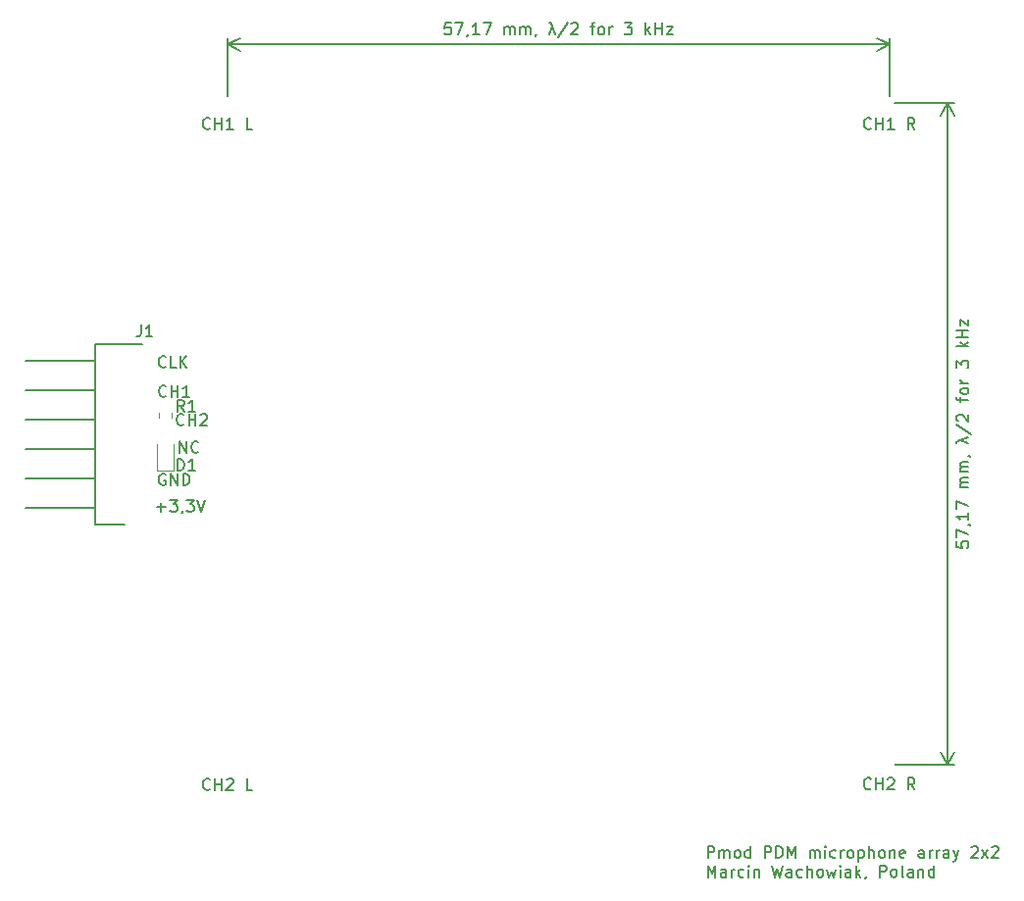
<source format=gto>
G04 #@! TF.GenerationSoftware,KiCad,Pcbnew,5.1.10-88a1d61d58~88~ubuntu18.04.1*
G04 #@! TF.CreationDate,2021-09-30T10:19:46+02:00*
G04 #@! TF.ProjectId,pmod_microphone_array_2x2,706d6f64-5f6d-4696-9372-6f70686f6e65,1.0.0*
G04 #@! TF.SameCoordinates,Original*
G04 #@! TF.FileFunction,Legend,Top*
G04 #@! TF.FilePolarity,Positive*
%FSLAX46Y46*%
G04 Gerber Fmt 4.6, Leading zero omitted, Abs format (unit mm)*
G04 Created by KiCad (PCBNEW 5.1.10-88a1d61d58~88~ubuntu18.04.1) date 2021-09-30 10:19:46*
%MOMM*%
%LPD*%
G01*
G04 APERTURE LIST*
%ADD10C,0.150000*%
%ADD11C,0.152400*%
%ADD12C,0.200000*%
%ADD13C,0.120000*%
%ADD14C,0.800000*%
%ADD15R,1.200000X1.200000*%
%ADD16C,1.200000*%
G04 APERTURE END LIST*
D10*
X33853523Y-91734142D02*
X33805904Y-91781761D01*
X33663047Y-91829380D01*
X33567809Y-91829380D01*
X33424952Y-91781761D01*
X33329714Y-91686523D01*
X33282095Y-91591285D01*
X33234476Y-91400809D01*
X33234476Y-91257952D01*
X33282095Y-91067476D01*
X33329714Y-90972238D01*
X33424952Y-90877000D01*
X33567809Y-90829380D01*
X33663047Y-90829380D01*
X33805904Y-90877000D01*
X33853523Y-90924619D01*
X34282095Y-91829380D02*
X34282095Y-90829380D01*
X34282095Y-91305571D02*
X34853523Y-91305571D01*
X34853523Y-91829380D02*
X34853523Y-90829380D01*
X35282095Y-90924619D02*
X35329714Y-90877000D01*
X35424952Y-90829380D01*
X35663047Y-90829380D01*
X35758285Y-90877000D01*
X35805904Y-90924619D01*
X35853523Y-91019857D01*
X35853523Y-91115095D01*
X35805904Y-91257952D01*
X35234476Y-91829380D01*
X35853523Y-91829380D01*
X32258095Y-96020000D02*
X32162857Y-95972380D01*
X32020000Y-95972380D01*
X31877142Y-96020000D01*
X31781904Y-96115238D01*
X31734285Y-96210476D01*
X31686666Y-96400952D01*
X31686666Y-96543809D01*
X31734285Y-96734285D01*
X31781904Y-96829523D01*
X31877142Y-96924761D01*
X32020000Y-96972380D01*
X32115238Y-96972380D01*
X32258095Y-96924761D01*
X32305714Y-96877142D01*
X32305714Y-96543809D01*
X32115238Y-96543809D01*
X32734285Y-96972380D02*
X32734285Y-95972380D01*
X33305714Y-96972380D01*
X33305714Y-95972380D01*
X33781904Y-96972380D02*
X33781904Y-95972380D01*
X34020000Y-95972380D01*
X34162857Y-96020000D01*
X34258095Y-96115238D01*
X34305714Y-96210476D01*
X34353333Y-96400952D01*
X34353333Y-96543809D01*
X34305714Y-96734285D01*
X34258095Y-96829523D01*
X34162857Y-96924761D01*
X34020000Y-96972380D01*
X33781904Y-96972380D01*
X31528000Y-98877428D02*
X32289904Y-98877428D01*
X31908952Y-99258380D02*
X31908952Y-98496476D01*
X32670857Y-98258380D02*
X33289904Y-98258380D01*
X32956571Y-98639333D01*
X33099428Y-98639333D01*
X33194666Y-98686952D01*
X33242285Y-98734571D01*
X33289904Y-98829809D01*
X33289904Y-99067904D01*
X33242285Y-99163142D01*
X33194666Y-99210761D01*
X33099428Y-99258380D01*
X32813714Y-99258380D01*
X32718476Y-99210761D01*
X32670857Y-99163142D01*
X33766095Y-99210761D02*
X33766095Y-99258380D01*
X33718476Y-99353619D01*
X33670857Y-99401238D01*
X34099428Y-98258380D02*
X34718476Y-98258380D01*
X34385142Y-98639333D01*
X34528000Y-98639333D01*
X34623238Y-98686952D01*
X34670857Y-98734571D01*
X34718476Y-98829809D01*
X34718476Y-99067904D01*
X34670857Y-99163142D01*
X34623238Y-99210761D01*
X34528000Y-99258380D01*
X34242285Y-99258380D01*
X34147047Y-99210761D01*
X34099428Y-99163142D01*
X35004190Y-98258380D02*
X35337523Y-99258380D01*
X35670857Y-98258380D01*
X33504285Y-94178380D02*
X33504285Y-93178380D01*
X34075714Y-94178380D01*
X34075714Y-93178380D01*
X35123333Y-94083142D02*
X35075714Y-94130761D01*
X34932857Y-94178380D01*
X34837619Y-94178380D01*
X34694761Y-94130761D01*
X34599523Y-94035523D01*
X34551904Y-93940285D01*
X34504285Y-93749809D01*
X34504285Y-93606952D01*
X34551904Y-93416476D01*
X34599523Y-93321238D01*
X34694761Y-93226000D01*
X34837619Y-93178380D01*
X34932857Y-93178380D01*
X35075714Y-93226000D01*
X35123333Y-93273619D01*
X32329523Y-89257142D02*
X32281904Y-89304761D01*
X32139047Y-89352380D01*
X32043809Y-89352380D01*
X31900952Y-89304761D01*
X31805714Y-89209523D01*
X31758095Y-89114285D01*
X31710476Y-88923809D01*
X31710476Y-88780952D01*
X31758095Y-88590476D01*
X31805714Y-88495238D01*
X31900952Y-88400000D01*
X32043809Y-88352380D01*
X32139047Y-88352380D01*
X32281904Y-88400000D01*
X32329523Y-88447619D01*
X32758095Y-89352380D02*
X32758095Y-88352380D01*
X32758095Y-88828571D02*
X33329523Y-88828571D01*
X33329523Y-89352380D02*
X33329523Y-88352380D01*
X34329523Y-89352380D02*
X33758095Y-89352380D01*
X34043809Y-89352380D02*
X34043809Y-88352380D01*
X33948571Y-88495238D01*
X33853333Y-88590476D01*
X33758095Y-88638095D01*
X32297761Y-86717142D02*
X32250142Y-86764761D01*
X32107285Y-86812380D01*
X32012047Y-86812380D01*
X31869190Y-86764761D01*
X31773952Y-86669523D01*
X31726333Y-86574285D01*
X31678714Y-86383809D01*
X31678714Y-86240952D01*
X31726333Y-86050476D01*
X31773952Y-85955238D01*
X31869190Y-85860000D01*
X32012047Y-85812380D01*
X32107285Y-85812380D01*
X32250142Y-85860000D01*
X32297761Y-85907619D01*
X33202523Y-86812380D02*
X32726333Y-86812380D01*
X32726333Y-85812380D01*
X33535857Y-86812380D02*
X33535857Y-85812380D01*
X34107285Y-86812380D02*
X33678714Y-86240952D01*
X34107285Y-85812380D02*
X33535857Y-86383809D01*
D11*
X100568419Y-101844142D02*
X100568419Y-102327952D01*
X101052228Y-102376333D01*
X101003847Y-102327952D01*
X100955466Y-102231190D01*
X100955466Y-101989285D01*
X101003847Y-101892523D01*
X101052228Y-101844142D01*
X101148990Y-101795761D01*
X101390895Y-101795761D01*
X101487657Y-101844142D01*
X101536038Y-101892523D01*
X101584419Y-101989285D01*
X101584419Y-102231190D01*
X101536038Y-102327952D01*
X101487657Y-102376333D01*
X100568419Y-101457095D02*
X100568419Y-100779761D01*
X101584419Y-101215190D01*
X101536038Y-100344333D02*
X101584419Y-100344333D01*
X101681180Y-100392714D01*
X101729561Y-100441095D01*
X101584419Y-99376714D02*
X101584419Y-99957285D01*
X101584419Y-99667000D02*
X100568419Y-99667000D01*
X100713561Y-99763761D01*
X100810323Y-99860523D01*
X100858704Y-99957285D01*
X100568419Y-99038047D02*
X100568419Y-98360714D01*
X101584419Y-98796142D01*
X101584419Y-97199571D02*
X100907085Y-97199571D01*
X101003847Y-97199571D02*
X100955466Y-97151190D01*
X100907085Y-97054428D01*
X100907085Y-96909285D01*
X100955466Y-96812523D01*
X101052228Y-96764142D01*
X101584419Y-96764142D01*
X101052228Y-96764142D02*
X100955466Y-96715761D01*
X100907085Y-96619000D01*
X100907085Y-96473857D01*
X100955466Y-96377095D01*
X101052228Y-96328714D01*
X101584419Y-96328714D01*
X101584419Y-95844904D02*
X100907085Y-95844904D01*
X101003847Y-95844904D02*
X100955466Y-95796523D01*
X100907085Y-95699761D01*
X100907085Y-95554619D01*
X100955466Y-95457857D01*
X101052228Y-95409476D01*
X101584419Y-95409476D01*
X101052228Y-95409476D02*
X100955466Y-95361095D01*
X100907085Y-95264333D01*
X100907085Y-95119190D01*
X100955466Y-95022428D01*
X101052228Y-94974047D01*
X101584419Y-94974047D01*
X101536038Y-94441857D02*
X101584419Y-94441857D01*
X101681180Y-94490238D01*
X101729561Y-94538619D01*
X100907085Y-93087190D02*
X101584419Y-93329095D01*
X100568419Y-93329095D02*
X100568419Y-93232333D01*
X100616800Y-93183952D01*
X100907085Y-93087190D01*
X101584419Y-92845285D01*
X100520038Y-91732523D02*
X101826323Y-92603380D01*
X100665180Y-91442238D02*
X100616800Y-91393857D01*
X100568419Y-91297095D01*
X100568419Y-91055190D01*
X100616800Y-90958428D01*
X100665180Y-90910047D01*
X100761942Y-90861666D01*
X100858704Y-90861666D01*
X101003847Y-90910047D01*
X101584419Y-91490619D01*
X101584419Y-90861666D01*
X100907085Y-89797285D02*
X100907085Y-89410238D01*
X101584419Y-89652142D02*
X100713561Y-89652142D01*
X100616800Y-89603761D01*
X100568419Y-89507000D01*
X100568419Y-89410238D01*
X101584419Y-88926428D02*
X101536038Y-89023190D01*
X101487657Y-89071571D01*
X101390895Y-89119952D01*
X101100609Y-89119952D01*
X101003847Y-89071571D01*
X100955466Y-89023190D01*
X100907085Y-88926428D01*
X100907085Y-88781285D01*
X100955466Y-88684523D01*
X101003847Y-88636142D01*
X101100609Y-88587761D01*
X101390895Y-88587761D01*
X101487657Y-88636142D01*
X101536038Y-88684523D01*
X101584419Y-88781285D01*
X101584419Y-88926428D01*
X101584419Y-88152333D02*
X100907085Y-88152333D01*
X101100609Y-88152333D02*
X101003847Y-88103952D01*
X100955466Y-88055571D01*
X100907085Y-87958809D01*
X100907085Y-87862047D01*
X100568419Y-86846047D02*
X100568419Y-86217095D01*
X100955466Y-86555761D01*
X100955466Y-86410619D01*
X101003847Y-86313857D01*
X101052228Y-86265476D01*
X101148990Y-86217095D01*
X101390895Y-86217095D01*
X101487657Y-86265476D01*
X101536038Y-86313857D01*
X101584419Y-86410619D01*
X101584419Y-86700904D01*
X101536038Y-86797666D01*
X101487657Y-86846047D01*
X101584419Y-85007571D02*
X100568419Y-85007571D01*
X101197371Y-84910809D02*
X101584419Y-84620523D01*
X100907085Y-84620523D02*
X101294133Y-85007571D01*
X101584419Y-84185095D02*
X100568419Y-84185095D01*
X101052228Y-84185095D02*
X101052228Y-83604523D01*
X101584419Y-83604523D02*
X100568419Y-83604523D01*
X100907085Y-83217476D02*
X100907085Y-82685285D01*
X101584419Y-83217476D01*
X101584419Y-82685285D01*
X99804000Y-63970000D02*
X99804000Y-121140000D01*
X94762000Y-63970000D02*
X100390421Y-63970000D01*
X94762000Y-121140000D02*
X100390421Y-121140000D01*
X99804000Y-121140000D02*
X99217579Y-120013496D01*
X99804000Y-121140000D02*
X100390421Y-120013496D01*
X99804000Y-63970000D02*
X99217579Y-65096504D01*
X99804000Y-63970000D02*
X100390421Y-65096504D01*
D10*
X93170571Y-123167142D02*
X93122952Y-123214761D01*
X92980095Y-123262380D01*
X92884857Y-123262380D01*
X92742000Y-123214761D01*
X92646761Y-123119523D01*
X92599142Y-123024285D01*
X92551523Y-122833809D01*
X92551523Y-122690952D01*
X92599142Y-122500476D01*
X92646761Y-122405238D01*
X92742000Y-122310000D01*
X92884857Y-122262380D01*
X92980095Y-122262380D01*
X93122952Y-122310000D01*
X93170571Y-122357619D01*
X93599142Y-123262380D02*
X93599142Y-122262380D01*
X93599142Y-122738571D02*
X94170571Y-122738571D01*
X94170571Y-123262380D02*
X94170571Y-122262380D01*
X94599142Y-122357619D02*
X94646761Y-122310000D01*
X94742000Y-122262380D01*
X94980095Y-122262380D01*
X95075333Y-122310000D01*
X95122952Y-122357619D01*
X95170571Y-122452857D01*
X95170571Y-122548095D01*
X95122952Y-122690952D01*
X94551523Y-123262380D01*
X95170571Y-123262380D01*
X96932476Y-123262380D02*
X96599142Y-122786190D01*
X96361047Y-123262380D02*
X96361047Y-122262380D01*
X96742000Y-122262380D01*
X96837238Y-122310000D01*
X96884857Y-122357619D01*
X96932476Y-122452857D01*
X96932476Y-122595714D01*
X96884857Y-122690952D01*
X96837238Y-122738571D01*
X96742000Y-122786190D01*
X96361047Y-122786190D01*
X36115809Y-123230142D02*
X36068190Y-123277761D01*
X35925333Y-123325380D01*
X35830095Y-123325380D01*
X35687238Y-123277761D01*
X35592000Y-123182523D01*
X35544380Y-123087285D01*
X35496761Y-122896809D01*
X35496761Y-122753952D01*
X35544380Y-122563476D01*
X35592000Y-122468238D01*
X35687238Y-122373000D01*
X35830095Y-122325380D01*
X35925333Y-122325380D01*
X36068190Y-122373000D01*
X36115809Y-122420619D01*
X36544380Y-123325380D02*
X36544380Y-122325380D01*
X36544380Y-122801571D02*
X37115809Y-122801571D01*
X37115809Y-123325380D02*
X37115809Y-122325380D01*
X37544380Y-122420619D02*
X37592000Y-122373000D01*
X37687238Y-122325380D01*
X37925333Y-122325380D01*
X38020571Y-122373000D01*
X38068190Y-122420619D01*
X38115809Y-122515857D01*
X38115809Y-122611095D01*
X38068190Y-122753952D01*
X37496761Y-123325380D01*
X38115809Y-123325380D01*
X39782476Y-123325380D02*
X39306285Y-123325380D01*
X39306285Y-122325380D01*
X93170571Y-66143142D02*
X93122952Y-66190761D01*
X92980095Y-66238380D01*
X92884857Y-66238380D01*
X92742000Y-66190761D01*
X92646761Y-66095523D01*
X92599142Y-66000285D01*
X92551523Y-65809809D01*
X92551523Y-65666952D01*
X92599142Y-65476476D01*
X92646761Y-65381238D01*
X92742000Y-65286000D01*
X92884857Y-65238380D01*
X92980095Y-65238380D01*
X93122952Y-65286000D01*
X93170571Y-65333619D01*
X93599142Y-66238380D02*
X93599142Y-65238380D01*
X93599142Y-65714571D02*
X94170571Y-65714571D01*
X94170571Y-66238380D02*
X94170571Y-65238380D01*
X95170571Y-66238380D02*
X94599142Y-66238380D01*
X94884857Y-66238380D02*
X94884857Y-65238380D01*
X94789619Y-65381238D01*
X94694380Y-65476476D01*
X94599142Y-65524095D01*
X96932476Y-66238380D02*
X96599142Y-65762190D01*
X96361047Y-66238380D02*
X96361047Y-65238380D01*
X96742000Y-65238380D01*
X96837238Y-65286000D01*
X96884857Y-65333619D01*
X96932476Y-65428857D01*
X96932476Y-65571714D01*
X96884857Y-65666952D01*
X96837238Y-65714571D01*
X96742000Y-65762190D01*
X96361047Y-65762190D01*
X36115809Y-66143142D02*
X36068190Y-66190761D01*
X35925333Y-66238380D01*
X35830095Y-66238380D01*
X35687238Y-66190761D01*
X35592000Y-66095523D01*
X35544380Y-66000285D01*
X35496761Y-65809809D01*
X35496761Y-65666952D01*
X35544380Y-65476476D01*
X35592000Y-65381238D01*
X35687238Y-65286000D01*
X35830095Y-65238380D01*
X35925333Y-65238380D01*
X36068190Y-65286000D01*
X36115809Y-65333619D01*
X36544380Y-66238380D02*
X36544380Y-65238380D01*
X36544380Y-65714571D02*
X37115809Y-65714571D01*
X37115809Y-66238380D02*
X37115809Y-65238380D01*
X38115809Y-66238380D02*
X37544380Y-66238380D01*
X37830095Y-66238380D02*
X37830095Y-65238380D01*
X37734857Y-65381238D01*
X37639619Y-65476476D01*
X37544380Y-65524095D01*
X39782476Y-66238380D02*
X39306285Y-66238380D01*
X39306285Y-65238380D01*
D11*
X56887857Y-57050819D02*
X56404047Y-57050819D01*
X56355666Y-57534628D01*
X56404047Y-57486247D01*
X56500809Y-57437866D01*
X56742714Y-57437866D01*
X56839476Y-57486247D01*
X56887857Y-57534628D01*
X56936238Y-57631390D01*
X56936238Y-57873295D01*
X56887857Y-57970057D01*
X56839476Y-58018438D01*
X56742714Y-58066819D01*
X56500809Y-58066819D01*
X56404047Y-58018438D01*
X56355666Y-57970057D01*
X57274904Y-57050819D02*
X57952238Y-57050819D01*
X57516809Y-58066819D01*
X58387666Y-58018438D02*
X58387666Y-58066819D01*
X58339285Y-58163580D01*
X58290904Y-58211961D01*
X59355285Y-58066819D02*
X58774714Y-58066819D01*
X59064999Y-58066819D02*
X59064999Y-57050819D01*
X58968238Y-57195961D01*
X58871476Y-57292723D01*
X58774714Y-57341104D01*
X59693952Y-57050819D02*
X60371285Y-57050819D01*
X59935857Y-58066819D01*
X61532428Y-58066819D02*
X61532428Y-57389485D01*
X61532428Y-57486247D02*
X61580809Y-57437866D01*
X61677571Y-57389485D01*
X61822714Y-57389485D01*
X61919476Y-57437866D01*
X61967857Y-57534628D01*
X61967857Y-58066819D01*
X61967857Y-57534628D02*
X62016238Y-57437866D01*
X62112999Y-57389485D01*
X62258142Y-57389485D01*
X62354904Y-57437866D01*
X62403285Y-57534628D01*
X62403285Y-58066819D01*
X62887095Y-58066819D02*
X62887095Y-57389485D01*
X62887095Y-57486247D02*
X62935476Y-57437866D01*
X63032238Y-57389485D01*
X63177380Y-57389485D01*
X63274142Y-57437866D01*
X63322523Y-57534628D01*
X63322523Y-58066819D01*
X63322523Y-57534628D02*
X63370904Y-57437866D01*
X63467666Y-57389485D01*
X63612809Y-57389485D01*
X63709571Y-57437866D01*
X63757952Y-57534628D01*
X63757952Y-58066819D01*
X64290142Y-58018438D02*
X64290142Y-58066819D01*
X64241761Y-58163580D01*
X64193380Y-58211961D01*
X65644809Y-57389485D02*
X65402904Y-58066819D01*
X65402904Y-57050819D02*
X65499666Y-57050819D01*
X65548047Y-57099200D01*
X65644809Y-57389485D01*
X65886714Y-58066819D01*
X66999476Y-57002438D02*
X66128619Y-58308723D01*
X67289761Y-57147580D02*
X67338142Y-57099200D01*
X67434904Y-57050819D01*
X67676809Y-57050819D01*
X67773571Y-57099200D01*
X67821952Y-57147580D01*
X67870333Y-57244342D01*
X67870333Y-57341104D01*
X67821952Y-57486247D01*
X67241380Y-58066819D01*
X67870333Y-58066819D01*
X68934714Y-57389485D02*
X69321761Y-57389485D01*
X69079857Y-58066819D02*
X69079857Y-57195961D01*
X69128238Y-57099200D01*
X69225000Y-57050819D01*
X69321761Y-57050819D01*
X69805571Y-58066819D02*
X69708809Y-58018438D01*
X69660428Y-57970057D01*
X69612047Y-57873295D01*
X69612047Y-57583009D01*
X69660428Y-57486247D01*
X69708809Y-57437866D01*
X69805571Y-57389485D01*
X69950714Y-57389485D01*
X70047476Y-57437866D01*
X70095857Y-57486247D01*
X70144238Y-57583009D01*
X70144238Y-57873295D01*
X70095857Y-57970057D01*
X70047476Y-58018438D01*
X69950714Y-58066819D01*
X69805571Y-58066819D01*
X70579666Y-58066819D02*
X70579666Y-57389485D01*
X70579666Y-57583009D02*
X70628047Y-57486247D01*
X70676428Y-57437866D01*
X70773190Y-57389485D01*
X70869952Y-57389485D01*
X71885952Y-57050819D02*
X72514904Y-57050819D01*
X72176238Y-57437866D01*
X72321380Y-57437866D01*
X72418142Y-57486247D01*
X72466523Y-57534628D01*
X72514904Y-57631390D01*
X72514904Y-57873295D01*
X72466523Y-57970057D01*
X72418142Y-58018438D01*
X72321380Y-58066819D01*
X72031095Y-58066819D01*
X71934333Y-58018438D01*
X71885952Y-57970057D01*
X73724428Y-58066819D02*
X73724428Y-57050819D01*
X73821190Y-57679771D02*
X74111476Y-58066819D01*
X74111476Y-57389485D02*
X73724428Y-57776533D01*
X74546904Y-58066819D02*
X74546904Y-57050819D01*
X74546904Y-57534628D02*
X75127476Y-57534628D01*
X75127476Y-58066819D02*
X75127476Y-57050819D01*
X75514523Y-57389485D02*
X76046714Y-57389485D01*
X75514523Y-58066819D01*
X76046714Y-58066819D01*
X37592000Y-58928000D02*
X94762000Y-58928000D01*
X37592000Y-63970000D02*
X37592000Y-58341579D01*
X94762000Y-63970000D02*
X94762000Y-58341579D01*
X94762000Y-58928000D02*
X93635496Y-59514421D01*
X94762000Y-58928000D02*
X93635496Y-58341579D01*
X37592000Y-58928000D02*
X38718504Y-59514421D01*
X37592000Y-58928000D02*
X38718504Y-58341579D01*
D10*
X79075595Y-129167380D02*
X79075595Y-128167380D01*
X79456547Y-128167380D01*
X79551785Y-128215000D01*
X79599404Y-128262619D01*
X79647023Y-128357857D01*
X79647023Y-128500714D01*
X79599404Y-128595952D01*
X79551785Y-128643571D01*
X79456547Y-128691190D01*
X79075595Y-128691190D01*
X80075595Y-129167380D02*
X80075595Y-128500714D01*
X80075595Y-128595952D02*
X80123214Y-128548333D01*
X80218452Y-128500714D01*
X80361309Y-128500714D01*
X80456547Y-128548333D01*
X80504166Y-128643571D01*
X80504166Y-129167380D01*
X80504166Y-128643571D02*
X80551785Y-128548333D01*
X80647023Y-128500714D01*
X80789880Y-128500714D01*
X80885119Y-128548333D01*
X80932738Y-128643571D01*
X80932738Y-129167380D01*
X81551785Y-129167380D02*
X81456547Y-129119761D01*
X81408928Y-129072142D01*
X81361309Y-128976904D01*
X81361309Y-128691190D01*
X81408928Y-128595952D01*
X81456547Y-128548333D01*
X81551785Y-128500714D01*
X81694642Y-128500714D01*
X81789880Y-128548333D01*
X81837500Y-128595952D01*
X81885119Y-128691190D01*
X81885119Y-128976904D01*
X81837500Y-129072142D01*
X81789880Y-129119761D01*
X81694642Y-129167380D01*
X81551785Y-129167380D01*
X82742261Y-129167380D02*
X82742261Y-128167380D01*
X82742261Y-129119761D02*
X82647023Y-129167380D01*
X82456547Y-129167380D01*
X82361309Y-129119761D01*
X82313690Y-129072142D01*
X82266071Y-128976904D01*
X82266071Y-128691190D01*
X82313690Y-128595952D01*
X82361309Y-128548333D01*
X82456547Y-128500714D01*
X82647023Y-128500714D01*
X82742261Y-128548333D01*
X83980357Y-129167380D02*
X83980357Y-128167380D01*
X84361309Y-128167380D01*
X84456547Y-128215000D01*
X84504166Y-128262619D01*
X84551785Y-128357857D01*
X84551785Y-128500714D01*
X84504166Y-128595952D01*
X84456547Y-128643571D01*
X84361309Y-128691190D01*
X83980357Y-128691190D01*
X84980357Y-129167380D02*
X84980357Y-128167380D01*
X85218452Y-128167380D01*
X85361309Y-128215000D01*
X85456547Y-128310238D01*
X85504166Y-128405476D01*
X85551785Y-128595952D01*
X85551785Y-128738809D01*
X85504166Y-128929285D01*
X85456547Y-129024523D01*
X85361309Y-129119761D01*
X85218452Y-129167380D01*
X84980357Y-129167380D01*
X85980357Y-129167380D02*
X85980357Y-128167380D01*
X86313690Y-128881666D01*
X86647023Y-128167380D01*
X86647023Y-129167380D01*
X87885119Y-129167380D02*
X87885119Y-128500714D01*
X87885119Y-128595952D02*
X87932738Y-128548333D01*
X88027976Y-128500714D01*
X88170833Y-128500714D01*
X88266071Y-128548333D01*
X88313690Y-128643571D01*
X88313690Y-129167380D01*
X88313690Y-128643571D02*
X88361309Y-128548333D01*
X88456547Y-128500714D01*
X88599404Y-128500714D01*
X88694642Y-128548333D01*
X88742261Y-128643571D01*
X88742261Y-129167380D01*
X89218452Y-129167380D02*
X89218452Y-128500714D01*
X89218452Y-128167380D02*
X89170833Y-128215000D01*
X89218452Y-128262619D01*
X89266071Y-128215000D01*
X89218452Y-128167380D01*
X89218452Y-128262619D01*
X90123214Y-129119761D02*
X90027976Y-129167380D01*
X89837500Y-129167380D01*
X89742261Y-129119761D01*
X89694642Y-129072142D01*
X89647023Y-128976904D01*
X89647023Y-128691190D01*
X89694642Y-128595952D01*
X89742261Y-128548333D01*
X89837500Y-128500714D01*
X90027976Y-128500714D01*
X90123214Y-128548333D01*
X90551785Y-129167380D02*
X90551785Y-128500714D01*
X90551785Y-128691190D02*
X90599404Y-128595952D01*
X90647023Y-128548333D01*
X90742261Y-128500714D01*
X90837500Y-128500714D01*
X91313690Y-129167380D02*
X91218452Y-129119761D01*
X91170833Y-129072142D01*
X91123214Y-128976904D01*
X91123214Y-128691190D01*
X91170833Y-128595952D01*
X91218452Y-128548333D01*
X91313690Y-128500714D01*
X91456547Y-128500714D01*
X91551785Y-128548333D01*
X91599404Y-128595952D01*
X91647023Y-128691190D01*
X91647023Y-128976904D01*
X91599404Y-129072142D01*
X91551785Y-129119761D01*
X91456547Y-129167380D01*
X91313690Y-129167380D01*
X92075595Y-128500714D02*
X92075595Y-129500714D01*
X92075595Y-128548333D02*
X92170833Y-128500714D01*
X92361309Y-128500714D01*
X92456547Y-128548333D01*
X92504166Y-128595952D01*
X92551785Y-128691190D01*
X92551785Y-128976904D01*
X92504166Y-129072142D01*
X92456547Y-129119761D01*
X92361309Y-129167380D01*
X92170833Y-129167380D01*
X92075595Y-129119761D01*
X92980357Y-129167380D02*
X92980357Y-128167380D01*
X93408928Y-129167380D02*
X93408928Y-128643571D01*
X93361309Y-128548333D01*
X93266071Y-128500714D01*
X93123214Y-128500714D01*
X93027976Y-128548333D01*
X92980357Y-128595952D01*
X94027976Y-129167380D02*
X93932738Y-129119761D01*
X93885119Y-129072142D01*
X93837500Y-128976904D01*
X93837500Y-128691190D01*
X93885119Y-128595952D01*
X93932738Y-128548333D01*
X94027976Y-128500714D01*
X94170833Y-128500714D01*
X94266071Y-128548333D01*
X94313690Y-128595952D01*
X94361309Y-128691190D01*
X94361309Y-128976904D01*
X94313690Y-129072142D01*
X94266071Y-129119761D01*
X94170833Y-129167380D01*
X94027976Y-129167380D01*
X94789880Y-128500714D02*
X94789880Y-129167380D01*
X94789880Y-128595952D02*
X94837500Y-128548333D01*
X94932738Y-128500714D01*
X95075595Y-128500714D01*
X95170833Y-128548333D01*
X95218452Y-128643571D01*
X95218452Y-129167380D01*
X96075595Y-129119761D02*
X95980357Y-129167380D01*
X95789880Y-129167380D01*
X95694642Y-129119761D01*
X95647023Y-129024523D01*
X95647023Y-128643571D01*
X95694642Y-128548333D01*
X95789880Y-128500714D01*
X95980357Y-128500714D01*
X96075595Y-128548333D01*
X96123214Y-128643571D01*
X96123214Y-128738809D01*
X95647023Y-128834047D01*
X97742261Y-129167380D02*
X97742261Y-128643571D01*
X97694642Y-128548333D01*
X97599404Y-128500714D01*
X97408928Y-128500714D01*
X97313690Y-128548333D01*
X97742261Y-129119761D02*
X97647023Y-129167380D01*
X97408928Y-129167380D01*
X97313690Y-129119761D01*
X97266071Y-129024523D01*
X97266071Y-128929285D01*
X97313690Y-128834047D01*
X97408928Y-128786428D01*
X97647023Y-128786428D01*
X97742261Y-128738809D01*
X98218452Y-129167380D02*
X98218452Y-128500714D01*
X98218452Y-128691190D02*
X98266071Y-128595952D01*
X98313690Y-128548333D01*
X98408928Y-128500714D01*
X98504166Y-128500714D01*
X98837500Y-129167380D02*
X98837500Y-128500714D01*
X98837500Y-128691190D02*
X98885119Y-128595952D01*
X98932738Y-128548333D01*
X99027976Y-128500714D01*
X99123214Y-128500714D01*
X99885119Y-129167380D02*
X99885119Y-128643571D01*
X99837500Y-128548333D01*
X99742261Y-128500714D01*
X99551785Y-128500714D01*
X99456547Y-128548333D01*
X99885119Y-129119761D02*
X99789880Y-129167380D01*
X99551785Y-129167380D01*
X99456547Y-129119761D01*
X99408928Y-129024523D01*
X99408928Y-128929285D01*
X99456547Y-128834047D01*
X99551785Y-128786428D01*
X99789880Y-128786428D01*
X99885119Y-128738809D01*
X100266071Y-128500714D02*
X100504166Y-129167380D01*
X100742261Y-128500714D02*
X100504166Y-129167380D01*
X100408928Y-129405476D01*
X100361309Y-129453095D01*
X100266071Y-129500714D01*
X101837500Y-128262619D02*
X101885119Y-128215000D01*
X101980357Y-128167380D01*
X102218452Y-128167380D01*
X102313690Y-128215000D01*
X102361309Y-128262619D01*
X102408928Y-128357857D01*
X102408928Y-128453095D01*
X102361309Y-128595952D01*
X101789880Y-129167380D01*
X102408928Y-129167380D01*
X102742261Y-129167380D02*
X103266071Y-128500714D01*
X102742261Y-128500714D02*
X103266071Y-129167380D01*
X103599404Y-128262619D02*
X103647023Y-128215000D01*
X103742261Y-128167380D01*
X103980357Y-128167380D01*
X104075595Y-128215000D01*
X104123214Y-128262619D01*
X104170833Y-128357857D01*
X104170833Y-128453095D01*
X104123214Y-128595952D01*
X103551785Y-129167380D01*
X104170833Y-129167380D01*
X79075595Y-130817380D02*
X79075595Y-129817380D01*
X79408928Y-130531666D01*
X79742261Y-129817380D01*
X79742261Y-130817380D01*
X80647023Y-130817380D02*
X80647023Y-130293571D01*
X80599404Y-130198333D01*
X80504166Y-130150714D01*
X80313690Y-130150714D01*
X80218452Y-130198333D01*
X80647023Y-130769761D02*
X80551785Y-130817380D01*
X80313690Y-130817380D01*
X80218452Y-130769761D01*
X80170833Y-130674523D01*
X80170833Y-130579285D01*
X80218452Y-130484047D01*
X80313690Y-130436428D01*
X80551785Y-130436428D01*
X80647023Y-130388809D01*
X81123214Y-130817380D02*
X81123214Y-130150714D01*
X81123214Y-130341190D02*
X81170833Y-130245952D01*
X81218452Y-130198333D01*
X81313690Y-130150714D01*
X81408928Y-130150714D01*
X82170833Y-130769761D02*
X82075595Y-130817380D01*
X81885119Y-130817380D01*
X81789880Y-130769761D01*
X81742261Y-130722142D01*
X81694642Y-130626904D01*
X81694642Y-130341190D01*
X81742261Y-130245952D01*
X81789880Y-130198333D01*
X81885119Y-130150714D01*
X82075595Y-130150714D01*
X82170833Y-130198333D01*
X82599404Y-130817380D02*
X82599404Y-130150714D01*
X82599404Y-129817380D02*
X82551785Y-129865000D01*
X82599404Y-129912619D01*
X82647023Y-129865000D01*
X82599404Y-129817380D01*
X82599404Y-129912619D01*
X83075595Y-130150714D02*
X83075595Y-130817380D01*
X83075595Y-130245952D02*
X83123214Y-130198333D01*
X83218452Y-130150714D01*
X83361309Y-130150714D01*
X83456547Y-130198333D01*
X83504166Y-130293571D01*
X83504166Y-130817380D01*
X84647023Y-129817380D02*
X84885119Y-130817380D01*
X85075595Y-130103095D01*
X85266071Y-130817380D01*
X85504166Y-129817380D01*
X86313690Y-130817380D02*
X86313690Y-130293571D01*
X86266071Y-130198333D01*
X86170833Y-130150714D01*
X85980357Y-130150714D01*
X85885119Y-130198333D01*
X86313690Y-130769761D02*
X86218452Y-130817380D01*
X85980357Y-130817380D01*
X85885119Y-130769761D01*
X85837500Y-130674523D01*
X85837500Y-130579285D01*
X85885119Y-130484047D01*
X85980357Y-130436428D01*
X86218452Y-130436428D01*
X86313690Y-130388809D01*
X87218452Y-130769761D02*
X87123214Y-130817380D01*
X86932738Y-130817380D01*
X86837500Y-130769761D01*
X86789880Y-130722142D01*
X86742261Y-130626904D01*
X86742261Y-130341190D01*
X86789880Y-130245952D01*
X86837500Y-130198333D01*
X86932738Y-130150714D01*
X87123214Y-130150714D01*
X87218452Y-130198333D01*
X87647023Y-130817380D02*
X87647023Y-129817380D01*
X88075595Y-130817380D02*
X88075595Y-130293571D01*
X88027976Y-130198333D01*
X87932738Y-130150714D01*
X87789880Y-130150714D01*
X87694642Y-130198333D01*
X87647023Y-130245952D01*
X88694642Y-130817380D02*
X88599404Y-130769761D01*
X88551785Y-130722142D01*
X88504166Y-130626904D01*
X88504166Y-130341190D01*
X88551785Y-130245952D01*
X88599404Y-130198333D01*
X88694642Y-130150714D01*
X88837500Y-130150714D01*
X88932738Y-130198333D01*
X88980357Y-130245952D01*
X89027976Y-130341190D01*
X89027976Y-130626904D01*
X88980357Y-130722142D01*
X88932738Y-130769761D01*
X88837500Y-130817380D01*
X88694642Y-130817380D01*
X89361309Y-130150714D02*
X89551785Y-130817380D01*
X89742261Y-130341190D01*
X89932738Y-130817380D01*
X90123214Y-130150714D01*
X90504166Y-130817380D02*
X90504166Y-130150714D01*
X90504166Y-129817380D02*
X90456547Y-129865000D01*
X90504166Y-129912619D01*
X90551785Y-129865000D01*
X90504166Y-129817380D01*
X90504166Y-129912619D01*
X91408928Y-130817380D02*
X91408928Y-130293571D01*
X91361309Y-130198333D01*
X91266071Y-130150714D01*
X91075595Y-130150714D01*
X90980357Y-130198333D01*
X91408928Y-130769761D02*
X91313690Y-130817380D01*
X91075595Y-130817380D01*
X90980357Y-130769761D01*
X90932738Y-130674523D01*
X90932738Y-130579285D01*
X90980357Y-130484047D01*
X91075595Y-130436428D01*
X91313690Y-130436428D01*
X91408928Y-130388809D01*
X91885119Y-130817380D02*
X91885119Y-129817380D01*
X91980357Y-130436428D02*
X92266071Y-130817380D01*
X92266071Y-130150714D02*
X91885119Y-130531666D01*
X92742261Y-130769761D02*
X92742261Y-130817380D01*
X92694642Y-130912619D01*
X92647023Y-130960238D01*
X93932738Y-130817380D02*
X93932738Y-129817380D01*
X94313690Y-129817380D01*
X94408928Y-129865000D01*
X94456547Y-129912619D01*
X94504166Y-130007857D01*
X94504166Y-130150714D01*
X94456547Y-130245952D01*
X94408928Y-130293571D01*
X94313690Y-130341190D01*
X93932738Y-130341190D01*
X95075595Y-130817380D02*
X94980357Y-130769761D01*
X94932738Y-130722142D01*
X94885119Y-130626904D01*
X94885119Y-130341190D01*
X94932738Y-130245952D01*
X94980357Y-130198333D01*
X95075595Y-130150714D01*
X95218452Y-130150714D01*
X95313690Y-130198333D01*
X95361309Y-130245952D01*
X95408928Y-130341190D01*
X95408928Y-130626904D01*
X95361309Y-130722142D01*
X95313690Y-130769761D01*
X95218452Y-130817380D01*
X95075595Y-130817380D01*
X95980357Y-130817380D02*
X95885119Y-130769761D01*
X95837500Y-130674523D01*
X95837500Y-129817380D01*
X96789880Y-130817380D02*
X96789880Y-130293571D01*
X96742261Y-130198333D01*
X96647023Y-130150714D01*
X96456547Y-130150714D01*
X96361309Y-130198333D01*
X96789880Y-130769761D02*
X96694642Y-130817380D01*
X96456547Y-130817380D01*
X96361309Y-130769761D01*
X96313690Y-130674523D01*
X96313690Y-130579285D01*
X96361309Y-130484047D01*
X96456547Y-130436428D01*
X96694642Y-130436428D01*
X96789880Y-130388809D01*
X97266071Y-130150714D02*
X97266071Y-130817380D01*
X97266071Y-130245952D02*
X97313690Y-130198333D01*
X97408928Y-130150714D01*
X97551785Y-130150714D01*
X97647023Y-130198333D01*
X97694642Y-130293571D01*
X97694642Y-130817380D01*
X98599404Y-130817380D02*
X98599404Y-129817380D01*
X98599404Y-130769761D02*
X98504166Y-130817380D01*
X98313690Y-130817380D01*
X98218452Y-130769761D01*
X98170833Y-130722142D01*
X98123214Y-130626904D01*
X98123214Y-130341190D01*
X98170833Y-130245952D01*
X98218452Y-130198333D01*
X98313690Y-130150714D01*
X98504166Y-130150714D01*
X98599404Y-130198333D01*
D12*
X30226000Y-84813000D02*
X26186000Y-84813000D01*
X26186000Y-84813000D02*
X26186000Y-100353000D01*
X26186000Y-100353000D02*
X28726000Y-100353000D01*
X26186000Y-86233000D02*
X20186000Y-86233000D01*
X26186000Y-88773000D02*
X20186000Y-88773000D01*
X26186000Y-91313000D02*
X20186000Y-91313000D01*
X26186000Y-93853000D02*
X20186000Y-93853000D01*
X26186000Y-96393000D02*
X20186000Y-96393000D01*
X26186000Y-98933000D02*
X20186000Y-98933000D01*
D13*
X32780500Y-90694742D02*
X32780500Y-91169258D01*
X31735500Y-90694742D02*
X31735500Y-91169258D01*
X31523000Y-93434000D02*
X31523000Y-95719000D01*
X31523000Y-95719000D02*
X32993000Y-95719000D01*
X32993000Y-95719000D02*
X32993000Y-93434000D01*
D10*
X30146666Y-83145380D02*
X30146666Y-83859666D01*
X30099047Y-84002523D01*
X30003809Y-84097761D01*
X29860952Y-84145380D01*
X29765714Y-84145380D01*
X31146666Y-84145380D02*
X30575238Y-84145380D01*
X30860952Y-84145380D02*
X30860952Y-83145380D01*
X30765714Y-83288238D01*
X30670476Y-83383476D01*
X30575238Y-83431095D01*
X33869333Y-90622380D02*
X33536000Y-90146190D01*
X33297904Y-90622380D02*
X33297904Y-89622380D01*
X33678857Y-89622380D01*
X33774095Y-89670000D01*
X33821714Y-89717619D01*
X33869333Y-89812857D01*
X33869333Y-89955714D01*
X33821714Y-90050952D01*
X33774095Y-90098571D01*
X33678857Y-90146190D01*
X33297904Y-90146190D01*
X34821714Y-90622380D02*
X34250285Y-90622380D01*
X34536000Y-90622380D02*
X34536000Y-89622380D01*
X34440761Y-89765238D01*
X34345523Y-89860476D01*
X34250285Y-89908095D01*
X33297904Y-95702380D02*
X33297904Y-94702380D01*
X33536000Y-94702380D01*
X33678857Y-94750000D01*
X33774095Y-94845238D01*
X33821714Y-94940476D01*
X33869333Y-95130952D01*
X33869333Y-95273809D01*
X33821714Y-95464285D01*
X33774095Y-95559523D01*
X33678857Y-95654761D01*
X33536000Y-95702380D01*
X33297904Y-95702380D01*
X34821714Y-95702380D02*
X34250285Y-95702380D01*
X34536000Y-95702380D02*
X34536000Y-94702380D01*
X34440761Y-94845238D01*
X34345523Y-94940476D01*
X34250285Y-94988095D01*
%LPC*%
D14*
X94762000Y-121096000D03*
X37592000Y-121096000D03*
X94762000Y-63926000D03*
X37592000Y-63926000D03*
D15*
X30226000Y-86233000D03*
D16*
X30226000Y-88773000D03*
X30226000Y-91313000D03*
X30226000Y-93853000D03*
X30226000Y-96393000D03*
X30226000Y-98933000D03*
G36*
G01*
X31983000Y-91357000D02*
X32533000Y-91357000D01*
G75*
G02*
X32733000Y-91557000I0J-200000D01*
G01*
X32733000Y-91957000D01*
G75*
G02*
X32533000Y-92157000I-200000J0D01*
G01*
X31983000Y-92157000D01*
G75*
G02*
X31783000Y-91957000I0J200000D01*
G01*
X31783000Y-91557000D01*
G75*
G02*
X31983000Y-91357000I200000J0D01*
G01*
G37*
G36*
G01*
X31983000Y-89707000D02*
X32533000Y-89707000D01*
G75*
G02*
X32733000Y-89907000I0J-200000D01*
G01*
X32733000Y-90307000D01*
G75*
G02*
X32533000Y-90507000I-200000J0D01*
G01*
X31983000Y-90507000D01*
G75*
G02*
X31783000Y-90307000I0J200000D01*
G01*
X31783000Y-89907000D01*
G75*
G02*
X31983000Y-89707000I200000J0D01*
G01*
G37*
G36*
G01*
X32514250Y-93884000D02*
X32001750Y-93884000D01*
G75*
G02*
X31783000Y-93665250I0J218750D01*
G01*
X31783000Y-93227750D01*
G75*
G02*
X32001750Y-93009000I218750J0D01*
G01*
X32514250Y-93009000D01*
G75*
G02*
X32733000Y-93227750I0J-218750D01*
G01*
X32733000Y-93665250D01*
G75*
G02*
X32514250Y-93884000I-218750J0D01*
G01*
G37*
G36*
G01*
X32514250Y-95459000D02*
X32001750Y-95459000D01*
G75*
G02*
X31783000Y-95240250I0J218750D01*
G01*
X31783000Y-94802750D01*
G75*
G02*
X32001750Y-94584000I218750J0D01*
G01*
X32514250Y-94584000D01*
G75*
G02*
X32733000Y-94802750I0J-218750D01*
G01*
X32733000Y-95240250D01*
G75*
G02*
X32514250Y-95459000I-218750J0D01*
G01*
G37*
M02*

</source>
